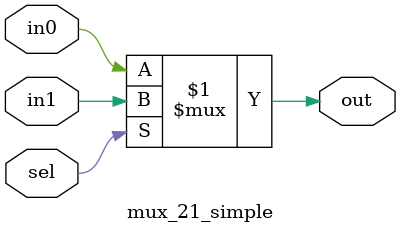
<source format=v>
`timescale 1ns / 1ps
module mux_21_simple(in0, in1,sel, out);


input in0,in1,sel;

output out;

assign out = (sel)?in1:in0;

endmodule


</source>
